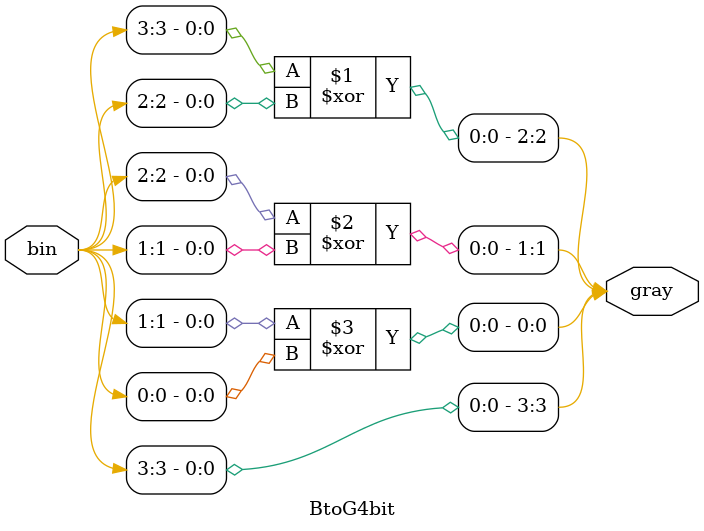
<source format=v>
module BtoG4bit(bin,gray);
	output[3:0] gray;
	input[3:0] bin;
	assign gray[3]=bin[3];
	assign gray[2]=bin[3]^bin[2];
	assign gray[1]=bin[2]^bin[1];
	assign gray[0]=bin[1]^bin[0];
endmodule

</source>
